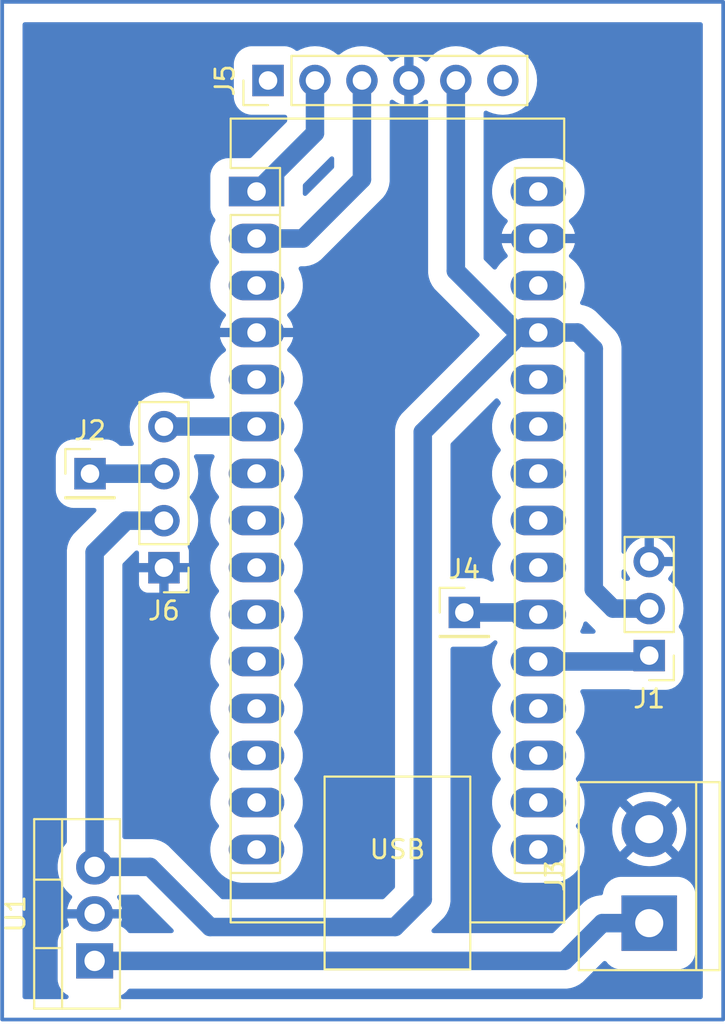
<source format=kicad_pcb>
(kicad_pcb (version 20240108) (generator "pcbnew") (generator_version "8.0")
  (layers (0 "F.Cu" signal) (31 "B.Cu" signal) (34 "B.Paste" user) (35 "F.Paste" user) (36 "B.SilkS" user "B.Silkscreen") (37 "F.SilkS" user "F.Silkscreen") (38 "B.Mask" user) (39 "F.Mask" user) (44 "Edge.Cuts" user))
  (net 0 "")
  (net 1 "GND")
  (net 4 "L3output")
  (net 12 "unconnected-(A2-D4-Pad7)")
  (net 16 "+5V")
  (net 25 "VCC")
  (net 27 "RXD")
  (net 29 "TXD")
  (net 30 "unconnected-(A2-D2-Pad5)")
  (net 31 "Dout")
  (net 32 "Aout")
  (net 33 "1")
  (footprint "Connector_PinHeader_2.54mm:PinHeader_1x01_P2.54mm_Vertical" (layer "F.Cu") (at 165.25 57.75)
    (property "Reference" "J2" (at 0 -2.33 0) (layer "F.SilkS"))
    (property "Value" "Conn_01x01_Pin" (hide yes))
    (fp_line (start -1.33 -1.33) (end 0 -1.33) (stroke (width 0.12)) (layer "F.SilkS"))
    (fp_line (start -1.33 0) (end -1.33 -1.33) (stroke (width 0.12)) (layer "F.SilkS"))
    (fp_line (start -1.33 1.27) (end -1.33 1.33) (stroke (width 0.12)) (layer "F.SilkS"))
    (fp_line (start -1.33 1.27) (end 1.33 1.27) (stroke (width 0.12)) (layer "F.SilkS"))
    (fp_line (start -1.33 1.33) (end 1.33 1.33) (stroke (width 0.12)) (layer "F.SilkS"))
    (fp_line (start 1.33 1.27) (end 1.33 1.33) (stroke (width 0.12)) (layer "F.SilkS"))
    (pad "1" thru_hole rect (at 0 0) (size 1.7 1.7) (drill 1) (layers "*.Cu" "*.Mask") (net 33 "1"))
  )
  (footprint "Connector_PinHeader_2.54mm:PinHeader_1x06_P2.54mm_Vertical" (layer "F.Cu") (at 174.88 36.5 90)
    (property "Reference" "J5" (at 0 -2.33 90) (layer "F.SilkS"))
    (property "Value" "HC-05")
    (fp_line (start -1.33 -1.33) (end 0 -1.33) (stroke (width 0.12)) (layer "F.SilkS"))
    (fp_line (start -1.33 0) (end -1.33 -1.33) (stroke (width 0.12)) (layer "F.SilkS"))
    (fp_line (start 1.33 1.27) (end 1.33 14.03) (stroke (width 0.12)) (layer "F.SilkS"))
    (fp_line (start -1.33 1.27) (end 1.33 1.27) (stroke (width 0.12)) (layer "F.SilkS"))
    (fp_line (start -1.33 1.27) (end -1.33 14.03) (stroke (width 0.12)) (layer "F.SilkS"))
    (fp_line (start -1.33 14.03) (end 1.33 14.03) (stroke (width 0.12)) (layer "F.SilkS"))
    (pad "1" thru_hole rect (at 0 0 90) (size 1.7 1.7) (drill 1) (layers "*.Cu" "*.Mask"))
    (pad "2" thru_hole oval (at 0 2.54 90) (size 1.7 1.7) (drill 1) (layers "*.Cu" "*.Mask") (net 27 "RXD"))
    (pad "3" thru_hole oval (at 0 5.08 90) (size 1.7 1.7) (drill 1) (layers "*.Cu" "*.Mask") (net 29 "TXD"))
    (pad "4" thru_hole oval (at 0 7.62 90) (size 1.7 1.7) (drill 1) (layers "*.Cu" "*.Mask") (net 1 "GND"))
    (pad "5" thru_hole oval (at 0 10.16 90) (size 1.7 1.7) (drill 1) (layers "*.Cu" "*.Mask") (net 16 "+5V"))
    (pad "6" thru_hole oval (at 0 12.7 90) (size 1.7 1.7) (drill 1) (layers "*.Cu" "*.Mask"))
  )
  (footprint "Connector_PinHeader_2.54mm:PinHeader_1x04_P2.54mm_Vertical" (layer "F.Cu") (at 169.25 62.83 180)
    (property "Reference" "J6" (at 0 -2.33 360) (layer "F.SilkS"))
    (property "Value" "Conn_01x04_Pin")
    (fp_line (start 1.33 1.27) (end 1.33 8.95) (stroke (width 0.12)) (layer "F.SilkS"))
    (fp_line (start -1.33 8.95) (end 1.33 8.95) (stroke (width 0.12)) (layer "F.SilkS"))
    (fp_line (start -1.33 1.27) (end 1.33 1.27) (stroke (width 0.12)) (layer "F.SilkS"))
    (fp_line (start -1.33 1.27) (end -1.33 8.95) (stroke (width 0.12)) (layer "F.SilkS"))
    (fp_line (start -1.33 0) (end -1.33 -1.33) (stroke (width 0.12)) (layer "F.SilkS"))
    (fp_line (start -1.33 -1.33) (end 0 -1.33) (stroke (width 0.12)) (layer "F.SilkS"))
    (pad "1" thru_hole rect (at 0 0 180) (size 1.7 1.7) (drill 1) (layers "*.Cu" "*.Mask") (net 1 "GND"))
    (pad "2" thru_hole oval (at 0 2.54 180) (size 1.7 1.7) (drill 1) (layers "*.Cu" "*.Mask") (net 16 "+5V"))
    (pad "3" thru_hole oval (at 0 5.08 180) (size 1.7 1.7) (drill 1) (layers "*.Cu" "*.Mask") (net 33 "1"))
    (pad "4" thru_hole oval (at 0 7.62 180) (size 1.7 1.7) (drill 1) (layers "*.Cu" "*.Mask") (net 31 "Dout"))
  )
  (footprint "Connector_PinHeader_2.54mm:PinHeader_1x03_P2.54mm_Vertical" (layer "F.Cu") (at 195.5 67.58 180)
    (property "Reference" "J1" (at 0 -2.33 0) (layer "F.SilkS"))
    (property "Value" "Bocina")
    (fp_line (start 1.33 1.27) (end 1.33 6.41) (stroke (width 0.12)) (layer "F.SilkS"))
    (fp_line (start -1.33 6.41) (end 1.33 6.41) (stroke (width 0.12)) (layer "F.SilkS"))
    (fp_line (start -1.33 1.27) (end 1.33 1.27) (stroke (width 0.12)) (layer "F.SilkS"))
    (fp_line (start -1.33 1.27) (end -1.33 6.41) (stroke (width 0.12)) (layer "F.SilkS"))
    (fp_line (start -1.33 0) (end -1.33 -1.33) (stroke (width 0.12)) (layer "F.SilkS"))
    (fp_line (start -1.33 -1.33) (end 0 -1.33) (stroke (width 0.12)) (layer "F.SilkS"))
    (pad "1" thru_hole rect (at 0 0 180) (size 1.7 1.7) (drill 1) (layers "*.Cu" "*.Mask") (net 4 "L3output"))
    (pad "2" thru_hole oval (at 0 2.54 180) (size 1.7 1.7) (drill 1) (layers "*.Cu" "*.Mask") (net 16 "+5V"))
    (pad "3" thru_hole oval (at 0 5.08 180) (size 1.7 1.7) (drill 1) (layers "*.Cu" "*.Mask") (net 1 "GND"))
  )
  (footprint "TerminalBlock:TerminalBlock_bornier-2_P5.08mm" (layer "F.Cu") (at 195.5 82.04 90)
    (property "Reference" "J3" (at 2.54 -5.08 90) (layer "F.SilkS"))
    (property "Value" "Screw_Terminal_01x02" (hide yes))
    (fp_line (start 7.62 -3.81) (end -2.54 -3.81) (stroke (width 0.12)) (layer "F.SilkS"))
    (fp_line (start -2.54 -3.81) (end -2.54 3.81) (stroke (width 0.12)) (layer "F.SilkS"))
    (fp_line (start 7.62 2.54) (end -2.54 2.54) (stroke (width 0.12)) (layer "F.SilkS"))
    (fp_line (start 7.62 3.81) (end 7.62 -3.81) (stroke (width 0.12)) (layer "F.SilkS"))
    (fp_line (start -2.54 3.81) (end 7.62 3.81) (stroke (width 0.12)) (layer "F.SilkS"))
    (pad "1" thru_hole rect (at 0 0 90) (size 3 3) (drill 1.52) (layers "*.Cu" "*.Mask") (net 25 "VCC"))
    (pad "2" thru_hole circle (at 5.08 0 90) (size 3 3) (drill 1.52) (layers "*.Cu" "*.Mask") (net 1 "GND"))
  )
  (footprint "Module:Arduino_Nano" (layer "F.Cu") (at 174.26 42.5)
    (property "Reference" "A2" (hide yes))
    (property "Value" "Arduino_Nano_v3.x")
    (fp_line (start -1.4 -3.94) (end -1.4 -1.27) (stroke (width 0.12)) (layer "F.SilkS"))
    (fp_line (start -1.4 1.27) (end -1.4 39.5) (stroke (width 0.12)) (layer "F.SilkS"))
    (fp_line (start -1.4 39.5) (end 3.68 39.5) (stroke (width 0.12)) (layer "F.SilkS"))
    (fp_line (start 1.27 -1.27) (end -1.4 -1.27) (stroke (width 0.12)) (layer "F.SilkS"))
    (fp_line (start 1.27 1.27) (end -1.4 1.27) (stroke (width 0.12)) (layer "F.SilkS"))
    (fp_line (start 1.27 1.27) (end 1.27 -1.27) (stroke (width 0.12)) (layer "F.SilkS"))
    (fp_line (start 1.27 1.27) (end 1.27 36.83) (stroke (width 0.12)) (layer "F.SilkS"))
    (fp_line (start 1.27 36.83) (end -1.4 36.83) (stroke (width 0.12)) (layer "F.SilkS"))
    (fp_line (start 3.68 31.62) (end 11.56 31.62) (stroke (width 0.12)) (layer "F.SilkS"))
    (fp_line (start 3.68 42.04) (end 3.68 31.62) (stroke (width 0.12)) (layer "F.SilkS"))
    (fp_line (start 11.56 31.62) (end 11.56 42.04) (stroke (width 0.12)) (layer "F.SilkS"))
    (fp_line (start 11.56 42.04) (end 3.68 42.04) (stroke (width 0.12)) (layer "F.SilkS"))
    (fp_line (start 13.97 -1.27) (end 13.97 36.83) (stroke (width 0.12)) (layer "F.SilkS"))
    (fp_line (start 13.97 -1.27) (end 16.64 -1.27) (stroke (width 0.12)) (layer "F.SilkS"))
    (fp_line (start 13.97 36.83) (end 16.64 36.83) (stroke (width 0.12)) (layer "F.SilkS"))
    (fp_line (start 16.64 -3.94) (end -1.4 -3.94) (stroke (width 0.12)) (layer "F.SilkS"))
    (fp_line (start 16.64 39.5) (end 11.56 39.5) (stroke (width 0.12)) (layer "F.SilkS"))
    (fp_line (start 16.64 39.5) (end 16.64 -3.94) (stroke (width 0.12)) (layer "F.SilkS"))
    (fp_text user "USB" (at 7.62 35.56 0) (layer "F.SilkS"))
    (pad "1" thru_hole rect (at 0 0) (size 3 1.6) (drill 1) (layers "*.Cu" "*.Mask") (net 27 "RXD"))
    (pad "2" thru_hole oval (at 0 2.54) (size 3 1.6) (drill 1) (layers "*.Cu" "*.Mask") (net 29 "TXD"))
    (pad "3" thru_hole oval (at 0 5.08) (size 3 1.6) (drill 1) (layers "*.Cu" "*.Mask"))
    (pad "4" thru_hole oval (at 0 7.62) (size 3 1.6) (drill 1) (layers "*.Cu" "*.Mask") (net 1 "GND"))
    (pad "5" thru_hole oval (at 0 10.16) (size 3 1.6) (drill 1) (layers "*.Cu" "*.Mask") (net 30 "unconnected-(A2-D2-Pad5)"))
    (pad "6" thru_hole oval (at 0 12.7) (size 3 1.6) (drill 1) (layers "*.Cu" "*.Mask") (net 31 "Dout"))
    (pad "7" thru_hole oval (at 0 15.24) (size 3 1.6) (drill 1) (layers "*.Cu" "*.Mask") (net 12 "unconnected-(A2-D4-Pad7)"))
    (pad "8" thru_hole oval (at 0 17.78) (size 3 1.6) (drill 1) (layers "*.Cu" "*.Mask"))
    (pad "9" thru_hole oval (at 0 20.32) (size 3 1.6) (drill 1) (layers "*.Cu" "*.Mask"))
    (pad "10" thru_hole oval (at 0 22.86) (size 3 1.6) (drill 1) (layers "*.Cu" "*.Mask"))
    (pad "11" thru_hole oval (at 0 25.4) (size 3 1.6) (drill 1) (layers "*.Cu" "*.Mask"))
    (pad "12" thru_hole oval (at 0 27.94) (size 3 1.6) (drill 1) (layers "*.Cu" "*.Mask"))
    (pad "13" thru_hole oval (at 0 30.48) (size 3 1.6) (drill 1) (layers "*.Cu" "*.Mask"))
    (pad "14" thru_hole oval (at 0 33.02) (size 3 1.6) (drill 1) (layers "*.Cu" "*.Mask"))
    (pad "15" thru_hole oval (at 0 35.56) (size 3 1.6) (drill 1) (layers "*.Cu" "*.Mask"))
    (pad "16" thru_hole oval (at 15.24 35.56) (size 3 1.6) (drill 1) (layers "*.Cu" "*.Mask"))
    (pad "17" thru_hole oval (at 15.24 33.02) (size 3 1.6) (drill 1) (layers "*.Cu" "*.Mask"))
    (pad "18" thru_hole oval (at 15.24 30.48) (size 3 1.6) (drill 1) (layers "*.Cu" "*.Mask"))
    (pad "19" thru_hole oval (at 15.24 27.94) (size 3 1.6) (drill 1) (layers "*.Cu" "*.Mask"))
    (pad "20" thru_hole oval (at 15.24 25.4) (size 3 1.6) (drill 1) (layers "*.Cu" "*.Mask") (net 4 "L3output"))
    (pad "21" thru_hole oval (at 15.24 22.86) (size 3 1.6) (drill 1) (layers "*.Cu" "*.Mask") (net 32 "Aout"))
    (pad "22" thru_hole oval (at 15.24 20.32) (size 3 1.6) (drill 1) (layers "*.Cu" "*.Mask"))
    (pad "23" thru_hole oval (at 15.24 17.78) (size 3 1.6) (drill 1) (layers "*.Cu" "*.Mask"))
    (pad "24" thru_hole oval (at 15.24 15.24) (size 3 1.6) (drill 1) (layers "*.Cu" "*.Mask"))
    (pad "25" thru_hole oval (at 15.24 12.7) (size 3 1.6) (drill 1) (layers "*.Cu" "*.Mask"))
    (pad "26" thru_hole oval (at 15.24 10.16) (size 3 1.6) (drill 1) (layers "*.Cu" "*.Mask"))
    (pad "27" thru_hole oval (at 15.24 7.62) (size 3 1.6) (drill 1) (layers "*.Cu" "*.Mask") (net 16 "+5V"))
    (pad "28" thru_hole oval (at 15.24 5.08) (size 3 1.6) (drill 1) (layers "*.Cu" "*.Mask"))
    (pad "29" thru_hole oval (at 15.24 2.54) (size 3 1.6) (drill 1) (layers "*.Cu" "*.Mask") (net 1 "GND"))
    (pad "30" thru_hole oval (at 15.24 0) (size 3 1.6) (drill 1) (layers "*.Cu" "*.Mask"))
  )
  (footprint "Connector_PinHeader_2.54mm:PinHeader_1x01_P2.54mm_Vertical" (layer "F.Cu") (at 185.5 65.25)
    (property "Reference" "J4" (at 0 -2.33 0) (layer "F.SilkS"))
    (property "Value" "Conn_01x01_Pin" (hide yes))
    (fp_line (start -1.33 -1.33) (end 0 -1.33) (stroke (width 0.12)) (layer "F.SilkS"))
    (fp_line (start -1.33 0) (end -1.33 -1.33) (stroke (width 0.12)) (layer "F.SilkS"))
    (fp_line (start -1.33 1.27) (end -1.33 1.33) (stroke (width 0.12)) (layer "F.SilkS"))
    (fp_line (start -1.33 1.27) (end 1.33 1.27) (stroke (width 0.12)) (layer "F.SilkS"))
    (fp_line (start -1.33 1.33) (end 1.33 1.33) (stroke (width 0.12)) (layer "F.SilkS"))
    (fp_line (start 1.33 1.27) (end 1.33 1.33) (stroke (width 0.12)) (layer "F.SilkS"))
    (pad "1" thru_hole rect (at 0 0) (size 1.7 1.7) (drill 1) (layers "*.Cu" "*.Mask") (net 32 "Aout"))
  )
  (footprint "Package_TO_SOT_THT:TO-220-3_Vertical" (layer "F.Cu") (at 165.5 84.08 90)
    (property "Reference" "U1" (at 2.54 -4.27 90) (layer "F.SilkS"))
    (property "Value" "LM7805_TO220")
    (fp_line (start 7.66 -3.27) (end 7.66 1.371) (stroke (width 0.12)) (layer "F.SilkS"))
    (fp_line (start 4.391 -3.27) (end 4.391 -1.76) (stroke (width 0.12)) (layer "F.SilkS"))
    (fp_line (start 0.69 -3.27) (end 0.69 -1.76) (stroke (width 0.12)) (layer "F.SilkS"))
    (fp_line (start -2.58 -3.27) (end 7.66 -3.27) (stroke (width 0.12)) (layer "F.SilkS"))
    (fp_line (start -2.58 -3.27) (end -2.58 1.371) (stroke (width 0.12)) (layer "F.SilkS"))
    (fp_line (start -2.58 -1.76) (end 7.66 -1.76) (stroke (width 0.12)) (layer "F.SilkS"))
    (fp_line (start -2.58 1.371) (end 7.66 1.371) (stroke (width 0.12)) (layer "F.SilkS"))
    (pad "1" thru_hole rect (at 0 0 90) (size 1.905 2) (drill 1.1) (layers "*.Cu" "*.Mask") (net 25 "VCC"))
    (pad "2" thru_hole oval (at 2.54 0 90) (size 1.905 2) (drill 1.1) (layers "*.Cu" "*.Mask") (net 1 "GND"))
    (pad "3" thru_hole oval (at 5.08 0 90) (size 1.905 2) (drill 1.1) (layers "*.Cu" "*.Mask") (net 16 "+5V"))
  )
  (gr_rect (start 160.5 32.25) (end 199.5 87.25) (stroke (width 0.2)) (fill none) (layer "B.Cu"))
  (segment (start 195.18 67.9) (end 195.5 67.58) (width 1) (layer "B.Cu") (net 4))
  (segment (start 189.5 67.9) (end 195.18 67.9) (width 1) (layer "B.Cu") (net 4))
  (segment (start 174.1 57.58) (end 174.26 57.74) (width 1) (layer "B.Cu") (net 12))
  (segment (start 188.37 50.12) (end 189.5 50.12) (width 1) (layer "B.Cu") (net 16))
  (segment (start 192.5 64) (end 192.5 51) (width 1) (layer "B.Cu") (net 16))
  (segment (start 165.5 62) (end 165.5 79) (width 1) (layer "B.Cu") (net 16))
  (segment (start 191.62 50.12) (end 189.5 50.12) (width 1) (layer "B.Cu") (net 16))
  (segment (start 185.04 46.79) (end 188.37 50.12) (width 1) (layer "B.Cu") (net 16))
  (segment (start 188.63 50.12) (end 183.25 55.5) (width 1) (layer "B.Cu") (net 16))
  (segment (start 169.25 60.29) (end 167.21 60.29) (width 1) (layer "B.Cu") (net 16))
  (segment (start 181.75 82.25) (end 171.75 82.25) (width 1) (layer "B.Cu") (net 16))
  (segment (start 171.75 82.25) (end 168.5 79) (width 1) (layer "B.Cu") (net 16))
  (segment (start 185.04 36.5) (end 185.04 46.79) (width 1) (layer "B.Cu") (net 16))
  (segment (start 192.5 51) (end 191.62 50.12) (width 1) (layer "B.Cu") (net 16))
  (segment (start 183.25 55.5) (end 183.25 80.75) (width 1) (layer "B.Cu") (net 16))
  (segment (start 189.5 50.12) (end 188.63 50.12) (width 1) (layer "B.Cu") (net 16))
  (segment (start 168.5 79) (end 165.5 79) (width 1) (layer "B.Cu") (net 16))
  (segment (start 195.5 65.04) (end 193.54 65.04) (width 1) (layer "B.Cu") (net 16))
  (segment (start 167.21 60.29) (end 165.5 62) (width 1) (layer "B.Cu") (net 16))
  (segment (start 183.25 80.75) (end 181.75 82.25) (width 1) (layer "B.Cu") (net 16))
  (segment (start 193.54 65.04) (end 192.5 64) (width 1) (layer "B.Cu") (net 16))
  (segment (start 192.96 82.04) (end 190.92 84.08) (width 1) (layer "B.Cu") (net 25))
  (segment (start 195.5 82.04) (end 192.96 82.04) (width 1) (layer "B.Cu") (net 25))
  (segment (start 190.92 84.08) (end 165.5 84.08) (width 1) (layer "B.Cu") (net 25))
  (segment (start 177.42 36.5) (end 177.42 39.34) (width 1) (layer "B.Cu") (net 27))
  (segment (start 177.42 39.34) (end 174.26 42.5) (width 1) (layer "B.Cu") (net 27))
  (segment (start 179.96 36.5) (end 179.96 41.84) (width 1) (layer "B.Cu") (net 29))
  (segment (start 176.76 45.04) (end 174.26 45.04) (width 1) (layer "B.Cu") (net 29))
  (segment (start 179.96 41.84) (end 176.76 45.04) (width 1) (layer "B.Cu") (net 29))
  (segment (start 174.1 52.5) (end 174.26 52.66) (width 1) (layer "B.Cu") (net 30))
  (segment (start 169.26 55.2) (end 169.25 55.21) (width 1) (layer "B.Cu") (net 31))
  (segment (start 174.1 55.04) (end 174.26 55.2) (width 1) (layer "B.Cu") (net 31))
  (segment (start 174.26 55.2) (end 169.26 55.2) (width 1) (layer "B.Cu") (net 31))
  (segment (start 185.5 65.25) (end 189.39 65.25) (width 1) (layer "B.Cu") (net 32))
  (segment (start 189.39 65.25) (end 189.5 65.36) (width 1) (layer "B.Cu") (net 32))
  (segment (start 165.25 57.75) (end 169.25 57.75) (width 1) (layer "B.Cu") (net 33))
  (zone (net 1) (net_name "GND") (layer "B.Cu") (connect_pads (clearance 1)) (min_thickness 0.25) (fill yes (thermal_gap 0.5) (thermal_bridge_width 0.5) (island_removal_mode 1) (island_area_min 10))
    (polygon (pts (xy 199.5 32.25) (xy 160.5 32.25) (xy 160.5 87.5) (xy 199.5 87.5)))
  )
)
</source>
